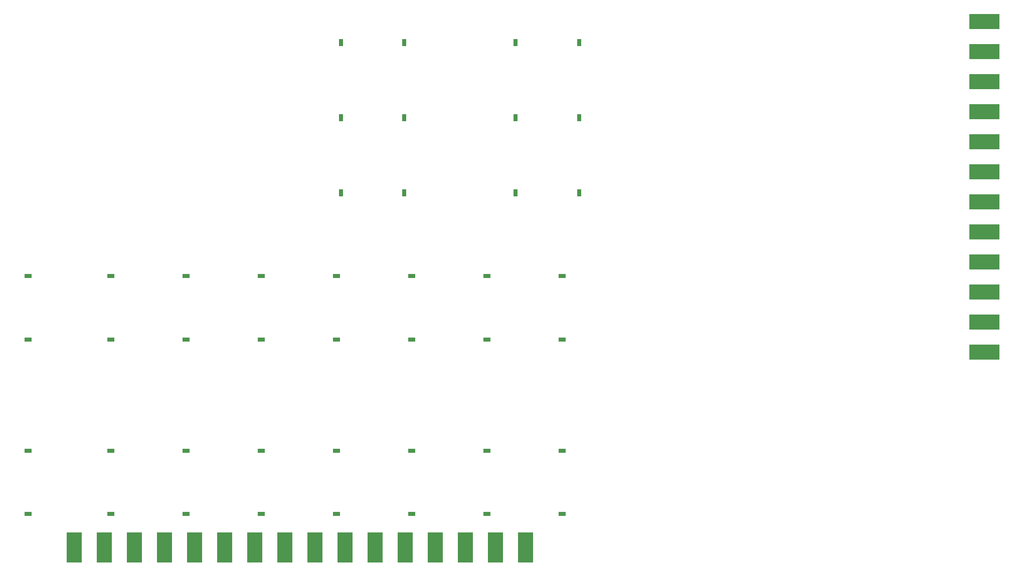
<source format=gbr>
G04 EAGLE Gerber RS-274X export*
G75*
%MOMM*%
%FSLAX34Y34*%
%LPD*%
%INSolderpaste Top*%
%IPPOS*%
%AMOC8*
5,1,8,0,0,1.08239X$1,22.5*%
G01*
%ADD10R,5.080000X2.540000*%
%ADD11R,2.540000X5.080000*%
%ADD12R,1.270000X0.635000*%
%ADD13R,0.635000X1.270000*%


D10*
X1562100Y749300D03*
X1562100Y647700D03*
X1562100Y1155700D03*
X1562100Y1054100D03*
X1562100Y952500D03*
X1562100Y850900D03*
D11*
X76200Y266700D03*
D10*
X1562100Y901700D03*
X1562100Y1003300D03*
X1562100Y1104900D03*
X1562100Y698500D03*
X1562100Y596900D03*
D11*
X177800Y266700D03*
X279400Y266700D03*
X381000Y266700D03*
X482600Y266700D03*
X584200Y266700D03*
X685800Y266700D03*
X787400Y266700D03*
D10*
X1562100Y800100D03*
D11*
X25400Y266700D03*
X127000Y266700D03*
X228600Y266700D03*
X330200Y266700D03*
X431800Y266700D03*
X533400Y266700D03*
X635000Y266700D03*
X736600Y266700D03*
D12*
X468000Y323100D03*
X468000Y430100D03*
X468000Y618100D03*
X468000Y725100D03*
X341000Y323100D03*
X341000Y430100D03*
X341000Y618100D03*
X341000Y725100D03*
X214000Y323100D03*
X214000Y430100D03*
X214000Y618100D03*
X214000Y725100D03*
X87000Y323100D03*
X87000Y430100D03*
X87000Y618100D03*
X87000Y725100D03*
X-52700Y323100D03*
X-52700Y430100D03*
X-52700Y618100D03*
X-52700Y725100D03*
D13*
X475500Y992500D03*
X582500Y992500D03*
X770500Y992500D03*
X877500Y992500D03*
X475500Y1119500D03*
X582500Y1119500D03*
X770500Y1119500D03*
X877500Y1119500D03*
X475500Y865500D03*
X582500Y865500D03*
X770500Y865500D03*
X877500Y865500D03*
D12*
X849000Y323100D03*
X849000Y430100D03*
X849000Y618100D03*
X849000Y725100D03*
X722000Y323100D03*
X722000Y430100D03*
X722000Y618100D03*
X722000Y725100D03*
X595000Y323100D03*
X595000Y430100D03*
X595000Y618100D03*
X595000Y725100D03*
M02*

</source>
